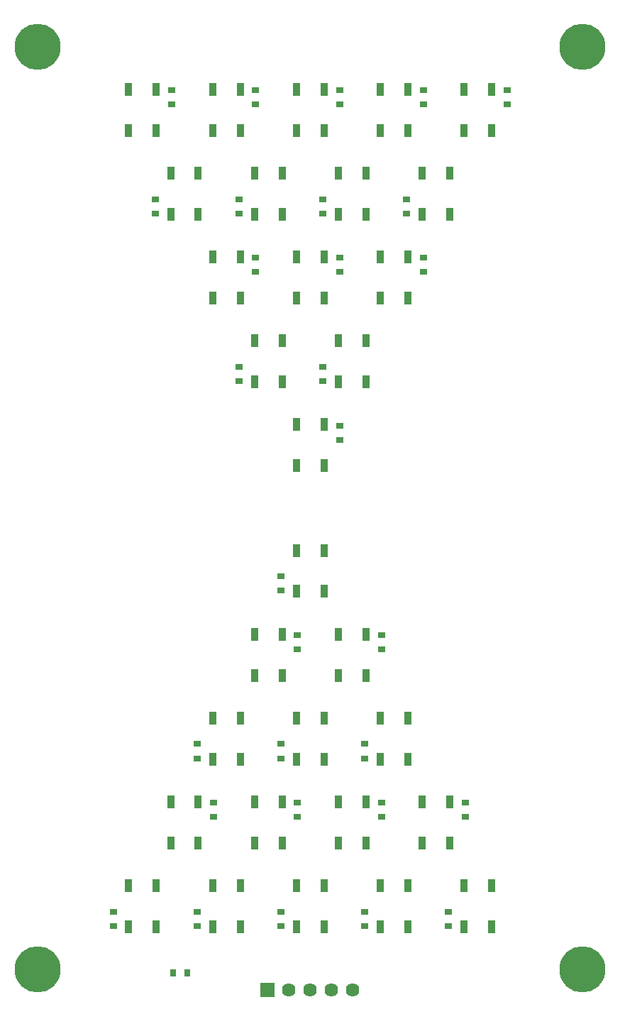
<source format=gts>
%FSLAX33Y33*%
%MOMM*%
%AMRect-W1500000-H900001-RO0.500*
21,1,1.5,0.900001,0.,0.,270*%
%AMRect-W670710-H870710-RO1.500*
21,1,0.67071,0.87071,0.,0.,90*%
%AMRect-W1500000-H900001-RO1.500*
21,1,1.5,0.900001,0.,0.,90*%
%AMRect-W670710-H870710-RO0.500*
21,1,0.67071,0.87071,0.,0.,270*%
%AMRect-W1620000-H1620000-RO1.500*
21,1,1.62,1.62,0.,0.,90*%
%AMRect-W670710-H870710-RO1.000*
21,1,0.67071,0.87071,0.,0.,180*%
%ADD10Rect-W1500000-H900001-RO0.500*%
%ADD11Rect-W670710-H870710-RO1.500*%
%ADD12Rect-W1500000-H900001-RO1.500*%
%ADD13Rect-W670710-H870710-RO0.500*%
%ADD14C,1.62*%
%ADD15Rect-W1620000-H1620000-RO1.500*%
%ADD16C,5.5*%
%ADD17Rect-W670710-H870710-RO1.000*%
D10*
%LNtop solder mask_traces*%
%LNtop solder mask component 78bb79f4d4ef9cef*%
G01*
X29150Y89950D03*
X25850Y89950D03*
X25850Y85050D03*
X29150Y85050D03*
%LNtop solder mask component 9632a9442b6f89ac*%
D11*
X44000Y30150D03*
X44000Y31850D03*
%LNtop solder mask component edf55b786bae4c0b*%
D12*
X25850Y10050D03*
X29150Y10050D03*
X29150Y14950D03*
X25850Y14950D03*
%LNtop solder mask component b33a798229717f8e*%
D13*
X31000Y89850D03*
X31000Y88150D03*
%LNtop solder mask component 46774e9bea70c1fc*%
D10*
X49150Y109950D03*
X45850Y109950D03*
X45850Y105050D03*
X49150Y105050D03*
%LNtop solder mask component 729c25ffeae60cb0*%
D13*
X46000Y24850D03*
X46000Y23150D03*
%LNtop solder mask component 643cfa0a4a7bc55f*%
D10*
X34150Y44950D03*
X30850Y44950D03*
X30850Y40050D03*
X34150Y40050D03*
%LNtop solder mask component d1d76ce3d25a1a6f*%
D14*
X34960Y2500D03*
X37500Y2500D03*
X40040Y2500D03*
X42580Y2500D03*
D15*
X32420Y2500D03*
%LNtop solder mask component 546bbab6ddddc770*%
D10*
X19150Y109950D03*
X15850Y109950D03*
X15850Y105050D03*
X19150Y105050D03*
%LNtop solder mask component 6ded99d0cd2cfa52*%
D13*
X26000Y24850D03*
X26000Y23150D03*
%LNtop solder mask component 857b3b82146560ee*%
D12*
X35850Y30050D03*
X39150Y30050D03*
X39150Y34950D03*
X35850Y34950D03*
%LNtop solder mask component b99354407231f660*%
D13*
X36000Y24850D03*
X36000Y23150D03*
%LNtop solder mask component 8249a1827e869ee2*%
D12*
X25850Y30050D03*
X29150Y30050D03*
X29150Y34950D03*
X25850Y34950D03*
%LNtop solder mask component 68a65879f30d7429*%
D13*
X51000Y109850D03*
X51000Y108150D03*
%LNtop solder mask component 0d8c712de75aca83*%
D12*
X55850Y10050D03*
X59150Y10050D03*
X59150Y14950D03*
X55850Y14950D03*
%LNtop solder mask component b3ec8871af24f4f4*%
D13*
X41000Y109850D03*
X41000Y108150D03*
%LNtop solder mask component 661c3b5780ec5454*%
D11*
X34000Y30150D03*
X34000Y31850D03*
%LNtop solder mask component 81ca5487265ac11e*%
D13*
X41000Y69850D03*
X41000Y68150D03*
%LNtop solder mask component 0f473c77d03db9fb*%
D10*
X34150Y24950D03*
X30850Y24950D03*
X30850Y20050D03*
X34150Y20050D03*
%LNtop solder mask component 3a4a5948c1242726*%
X59150Y109950D03*
X55850Y109950D03*
X55850Y105050D03*
X59150Y105050D03*
%LNtop solder mask component 45417e48d4a3e197*%
D13*
X61000Y109850D03*
X61000Y108150D03*
%LNtop solder mask component e93c99a5b9833e13*%
D11*
X19000Y95150D03*
X19000Y96850D03*
%LNtop solder mask component eade5d4cea83eb18*%
D16*
X5000Y115000D03*
%LNtop solder mask component 411ac85afb4589cd*%
D13*
X41000Y89850D03*
X41000Y88150D03*
%LNtop solder mask component 0e697a7ae22fa1e0*%
X21000Y109850D03*
X21000Y108150D03*
%LNtop solder mask component 4538daf1e711bfec*%
D16*
X70000Y5000D03*
%LNtop solder mask component 4ebe4228d95732ea*%
D10*
X29150Y109950D03*
X25850Y109950D03*
X25850Y105050D03*
X29150Y105050D03*
%LNtop solder mask component febd756eba52ac16*%
D11*
X49000Y95150D03*
X49000Y96850D03*
%LNtop solder mask component 522d077daca1cf4e*%
D16*
X70000Y115000D03*
%LNtop solder mask component 8250fd88380224d0*%
D11*
X54000Y10150D03*
X54000Y11850D03*
%LNtop solder mask component 5fd2942f328f80f7*%
X44000Y10150D03*
X44000Y11850D03*
%LNtop solder mask component 4616a50962192eb1*%
D10*
X39150Y109950D03*
X35850Y109950D03*
X35850Y105050D03*
X39150Y105050D03*
%LNtop solder mask component 3a791e676872c054*%
D11*
X34000Y50150D03*
X34000Y51850D03*
%LNtop solder mask component be40e38a7e9e29ab*%
D10*
X49150Y89950D03*
X45850Y89950D03*
X45850Y85050D03*
X49150Y85050D03*
%LNtop solder mask component 0386275a9febfab0*%
D13*
X51000Y89850D03*
X51000Y88150D03*
%LNtop solder mask component 24e988c1ab7b5fe1*%
D12*
X50850Y95050D03*
X54150Y95050D03*
X54150Y99950D03*
X50850Y99950D03*
%LNtop solder mask component 1a0c10d2cb5ce9b2*%
X15850Y10050D03*
X19150Y10050D03*
X19150Y14950D03*
X15850Y14950D03*
%LNtop solder mask component 1230953a1325c7b6*%
D10*
X44150Y24950D03*
X40850Y24950D03*
X40850Y20050D03*
X44150Y20050D03*
%LNtop solder mask component c546d080e5253e50*%
D12*
X30850Y95050D03*
X34150Y95050D03*
X34150Y99950D03*
X30850Y99950D03*
%LNtop solder mask component 1672a6f31d68ebfc*%
D11*
X39000Y95150D03*
X39000Y96850D03*
%LNtop solder mask component 05a2ec1c39ae8332*%
X14000Y10150D03*
X14000Y11850D03*
%LNtop solder mask component a004df87628ed95d*%
X29000Y95150D03*
X29000Y96850D03*
%LNtop solder mask component 06e1d416e6af600f*%
D10*
X54150Y24950D03*
X50850Y24950D03*
X50850Y20050D03*
X54150Y20050D03*
%LNtop solder mask component 954dc7e4fe74de73*%
D12*
X20850Y95050D03*
X24150Y95050D03*
X24150Y99950D03*
X20850Y99950D03*
%LNtop solder mask component 049475186770646f*%
X45850Y30050D03*
X49150Y30050D03*
X49150Y34950D03*
X45850Y34950D03*
%LNtop solder mask component c00e6e3be686a7dc*%
D16*
X5000Y5000D03*
%LNtop solder mask component 2aedb32cce5b9a51*%
D12*
X40850Y75050D03*
X44150Y75050D03*
X44150Y79950D03*
X40850Y79950D03*
%LNtop solder mask component 293159294aa54013*%
X30850Y75050D03*
X34150Y75050D03*
X34150Y79950D03*
X30850Y79950D03*
%LNtop solder mask component 42c45311f44bc17e*%
D13*
X31000Y109850D03*
X31000Y108150D03*
%LNtop solder mask component f611d0786dd54d51*%
D12*
X35850Y10050D03*
X39150Y10050D03*
X39150Y14950D03*
X35850Y14950D03*
%LNtop solder mask component aa6302b4ba39b99d*%
D11*
X24000Y30150D03*
X24000Y31850D03*
%LNtop solder mask component 91c791b21d69f68b*%
D10*
X44150Y44950D03*
X40850Y44950D03*
X40850Y40050D03*
X44150Y40050D03*
%LNtop solder mask component 2ed0b43c9060ed38*%
X39150Y89950D03*
X35850Y89950D03*
X35850Y85050D03*
X39150Y85050D03*
%LNtop solder mask component 299cb54b3b6ddb08*%
D13*
X46000Y44850D03*
X46000Y43150D03*
%LNtop solder mask component d915b7c9a9f9847b*%
D17*
X22850Y4500D03*
X21150Y4500D03*
%LNtop solder mask component 61d66c6bbd872657*%
D13*
X36000Y44850D03*
X36000Y43150D03*
%LNtop solder mask component d0de1577bf64b631*%
D11*
X29000Y75150D03*
X29000Y76850D03*
%LNtop solder mask component 189c51c64346b73c*%
D10*
X39150Y69950D03*
X35850Y69950D03*
X35850Y65050D03*
X39150Y65050D03*
%LNtop solder mask component 397ee49d7888836d*%
D11*
X39000Y75150D03*
X39000Y76850D03*
%LNtop solder mask component 1ae4372f29743ef0*%
X34000Y10150D03*
X34000Y11850D03*
%LNtop solder mask component 1ac4cb5dd5c5e79f*%
X24000Y10150D03*
X24000Y11850D03*
%LNtop solder mask component 116fb4f1640668f6*%
D12*
X35850Y50050D03*
X39150Y50050D03*
X39150Y54950D03*
X35850Y54950D03*
%LNtop solder mask component 0b8db6a9cdcf23f7*%
X40850Y95050D03*
X44150Y95050D03*
X44150Y99950D03*
X40850Y99950D03*
%LNtop solder mask component c18dd666ca29a8b1*%
D13*
X56000Y24850D03*
X56000Y23150D03*
%LNtop solder mask component 0603967911728634*%
D10*
X24150Y24950D03*
X20850Y24950D03*
X20850Y20050D03*
X24150Y20050D03*
%LNtop solder mask component bce8d5df9eeefa2e*%
D12*
X45850Y10050D03*
X49150Y10050D03*
X49150Y14950D03*
X45850Y14950D03*
M02*
</source>
